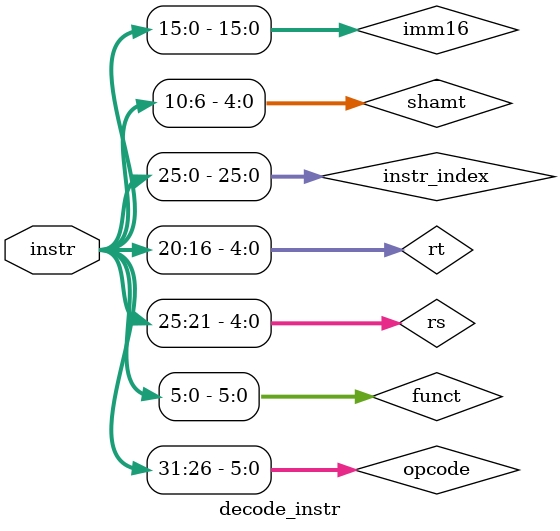
<source format=v>
`timescale 1ns / 1ps
module decode_instr(
    input [31:0] instr
    );
	 
	wire [5:0] opcode, funct;
	wire [4:0] rs, rt, rd, shamt;
	wire [15:0] imm16;
	wire [25:0] instr_index;
	
	reg [3:0] alu_ctr;
	reg alu_src_reg;
	wire alu_src = alu_src_reg;
	//wire reg_dst, reg_write, mem_read, mem_write, jump, branch;
	 
	assign opcode = instr[31:26];
	assign rs = instr[25:21];
 	assign rt = instr[20:16];
	assign shamt = instr[10:6];
	assign funct = instr[5:0];
	assign imm16 = instr[15:0];
	assign instr_index = instr[25:0];
	
	assign reg_dst = (opcode == 6'b000000) ? 1 : 0;
	assign reg_write = (opcode == 6'b000000 | opcode == 6'b001000 | opcode == 6'b001100 | opcode == 6'b10011) ? 1 : 0;
	assign mem_read = (opcode == 6'b100011) ? 1 : 0;
	assign mem_write = (opcode == 6'b101011) ? 1 : 0;
	assign jump = (opcode == 6'b000010) ? 1 : 0;
	assign branch = (opcode == 6'b000100) ? 1 : 0;	
	assign sign_ext = ( (opcode == 6'b000000 & (funct == 6'b100000 | funct == 6'b100010) | opcode == 6'b001000)) ? 1 : 0; 
	
	always @(*) begin
		
		// if it is a R operation
		if (opcode == 4'b000000) begin

			reg_dst = 1;
			reg_write = 1;
			mem_read = 0;
			mem_write = 0;
			jump = 0;
			branch = 0;
		
			//add
			if (funct == 6'b100000 | funct == 6'b100001 | funct == 6'b100100) begin
				alu_ctr = 4'b0000;
			end
			//or
			if (funct == 6'b100101) begin
				alu_ctr = 4'b1010;
			end
			//nor
			if (funct == 6'b100111) begin
				alu_ctr = 4'b1100;
			end
			//sub
			if (funct == 6'b100010) begin
				alu_ctr = 4'b0001;
			end
		end
		// if it is an I operation
		else begin
			case(opcode) 
				
				//ADDI
				4'b001000:
				begin
					alu_ctr = 4'b0000;
				end
				
				//ANDI
				4'b001100:
				begin
					alu_ctr = 4'b1001;
				end
				
				//BEQ
				4'b000100:
				begin
					alu_ctr = 4'b0001;
				end
				
				//LW
				4'b100011:
				begin
					alu_ctr = 4'b0000;
				end
				
				//SW
				4'b101011:
				begin
					alu_ctr = 4'b0000;
				end
			endcase
		end
			
		
	end


endmodule

</source>
